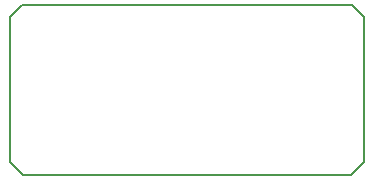
<source format=gko>
G04 Layer_Color=16711935*
%FSLAX25Y25*%
%MOIN*%
G70*
G01*
G75*
%ADD37C,0.00787*%
D37*
X0Y56000D02*
X3900Y59900D01*
X0Y7500D02*
X4400Y3100D01*
X0Y7500D02*
Y56000D01*
X114000Y59900D02*
X118100Y55800D01*
X3900Y59900D02*
X114000D01*
X118100Y7500D02*
Y55800D01*
X113700Y3100D02*
X118100Y7500D01*
X4400Y3100D02*
X113700D01*
M02*

</source>
